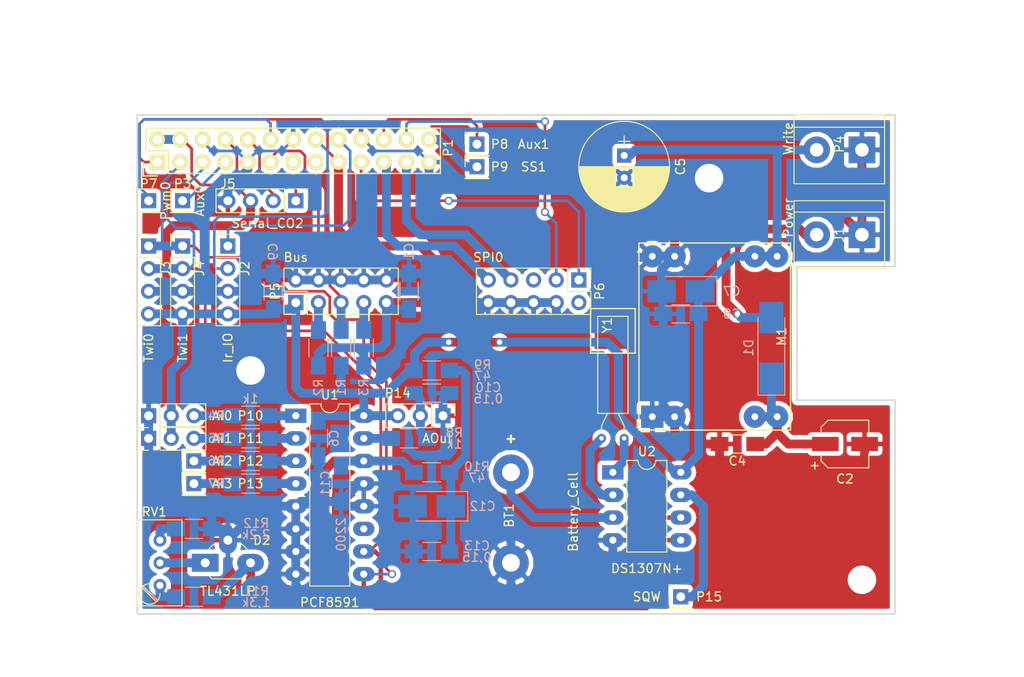
<source format=kicad_pcb>
(kicad_pcb (version 4) (host pcbnew 4.0.7)
  (title_block (title "Raspberry PI Breakout / DAC / ADC / RTC") (date "15 nov 2012") (rev 1))
  (layers (0 F.Cu signal) (31 B.Cu signal) (34 B.Paste user) (35 F.Paste user) (36 B.SilkS user) (37 F.SilkS user) (38 B.Mask user) (39 F.Mask user) (44 Edge.Cuts user))
  (net 0 "")
  (net 1 +5V)
  (net 2 GND)
  (net 3 +3V3)
  (net 4 /TXD)
  (net 5 /RXD)
  (net 6 "Net-(BT1-Pad1)")
  (net 7 "Net-(C2-Pad1)")
  (net 8 "Net-(C10-Pad1)")
  (net 9 "Net-(C11-Pad1)")
  (net 10 "Net-(C12-Pad1)")
  (net 11 "Net-(D1-Pad2)")
  (net 12 "Net-(D2-Pad1)")
  (net 13 /Ir_TX)
  (net 14 /Ir_RX)
  (net 15 /SDA)
  (net 16 /SCL)
  (net 17 /AUX0)
  (net 18 /1W)
  (net 19 /Pwm0)
  (net 20 /MOSI)
  (net 21 /MISO)
  (net 22 /AUX1)
  (net 23 /SCK)
  (net 24 /SS0)
  (net 25 /SS1)
  (net 26 "Net-(P10-Pad3)")
  (net 27 "Net-(P11-Pad3)")
  (net 28 "Net-(P12-Pad1)")
  (net 29 "Net-(P13-Pad1)")
  (net 30 "Net-(P15-Pad1)")
  (net 31 "Net-(R4-Pad2)")
  (net 32 "Net-(R5-Pad2)")
  (net 33 "Net-(R6-Pad2)")
  (net 34 "Net-(R7-Pad2)")
  (net 35 "Net-(R8-Pad2)")
  (net 36 "Net-(R11-Pad1)")
  (net 37 "Net-(R12-Pad2)")
  (net 38 "Net-(U2-Pad1)")
  (net 39 "Net-(U2-Pad2)")
  (module Mounting_Holes:MountingHole_3.2mm_M3 (layer F.Cu) (at 207.645 132.08)
    (fp_text reference hole hide)
    (fp_text value "" hide)
    (pad 1 np_thru_hole circle (at 0 0) (size 3.2 3.2) (drill 3.2) (layers *.Cu *.Mask))
  )
  (module Mounting_Holes:MountingHole_3.2mm_M3 (layer F.Cu) (at 156.21 153.67)
    (fp_text reference hole hide)
    (fp_text value "" hide)
    (pad 1 np_thru_hole circle (at 0 0) (size 3.2 3.2) (drill 3.2) (layers *.Cu *.Mask))
  )
  (module Pin_Headers:Pin_Header_Straight_2x13 (layer F.Cu) (at 145.75536 130.27914 90)
    (fp_text reference P1 (at 1.5875 32.6136 90) (layer F.SilkS))
    (fp_text value CONN_13X2)
    (pad 1 thru_hole rect (at 0 0 90) (size 1.7272 1.7272) (drill 1.016) (layers *.Cu *.Mask F.SilkS) (net 3 +3V3))
    (pad 2 thru_hole oval (at 2.54 0 90) (size 1.7272 1.7272) (drill 1.016) (layers *.Cu *.Mask F.SilkS) (net 1 +5V))
    (pad 3 thru_hole oval (at 0 2.54 90) (size 1.7272 1.7272) (drill 1.016) (layers *.Cu *.Mask F.SilkS) (net 15 /SDA))
    (pad 4 thru_hole oval (at 2.54 2.54 90) (size 1.7272 1.7272) (drill 1.016) (layers *.Cu *.Mask F.SilkS) (net 1 +5V))
    (pad 5 thru_hole oval (at 0 5.08 90) (size 1.7272 1.7272) (drill 1.016) (layers *.Cu *.Mask F.SilkS) (net 16 /SCL))
    (pad 6 thru_hole oval (at 2.54 5.08 90) (size 1.7272 1.7272) (drill 1.016) (layers *.Cu *.Mask F.SilkS) (net 2 GND))
    (pad 7 thru_hole oval (at 0 7.62 90) (size 1.7272 1.7272) (drill 1.016) (layers *.Cu *.Mask F.SilkS) (net 17 /AUX0))
    (pad 8 thru_hole oval (at 2.54 7.62 90) (size 1.7272 1.7272) (drill 1.016) (layers *.Cu *.Mask F.SilkS) (net 4 /TXD))
    (pad 9 thru_hole oval (at 0 10.16 90) (size 1.7272 1.7272) (drill 1.016) (layers *.Cu *.Mask F.SilkS) (net 2 GND))
    (pad 10 thru_hole oval (at 2.54 10.16 90) (size 1.7272 1.7272) (drill 1.016) (layers *.Cu *.Mask F.SilkS) (net 5 /RXD))
    (pad 11 thru_hole oval (at 0 12.7 90) (size 1.7272 1.7272) (drill 1.016) (layers *.Cu *.Mask F.SilkS) (net 18 /1W))
    (pad 12 thru_hole oval (at 2.54 12.7 90) (size 1.7272 1.7272) (drill 1.016) (layers *.Cu *.Mask F.SilkS) (net 19 /Pwm0))
    (pad 13 thru_hole oval (at 0 15.24 90) (size 1.7272 1.7272) (drill 1.016) (layers *.Cu *.Mask F.SilkS))
    (pad 14 thru_hole oval (at 2.54 15.24 90) (size 1.7272 1.7272) (drill 1.016) (layers *.Cu *.Mask F.SilkS) (net 2 GND))
    (pad 15 thru_hole oval (at 0 17.78 90) (size 1.7272 1.7272) (drill 1.016) (layers *.Cu *.Mask F.SilkS))
    (pad 16 thru_hole oval (at 2.54 17.78 90) (size 1.7272 1.7272) (drill 1.016) (layers *.Cu *.Mask F.SilkS) (net 14 /Ir_RX))
    (pad 17 thru_hole oval (at 0 20.32 90) (size 1.7272 1.7272) (drill 1.016) (layers *.Cu *.Mask F.SilkS) (net 3 +3V3))
    (pad 18 thru_hole oval (at 2.54 20.32 90) (size 1.7272 1.7272) (drill 1.016) (layers *.Cu *.Mask F.SilkS) (net 13 /Ir_TX))
    (pad 19 thru_hole oval (at 0 22.86 90) (size 1.7272 1.7272) (drill 1.016) (layers *.Cu *.Mask F.SilkS) (net 20 /MOSI))
    (pad 20 thru_hole oval (at 2.54 22.86 90) (size 1.7272 1.7272) (drill 1.016) (layers *.Cu *.Mask F.SilkS) (net 2 GND))
    (pad 21 thru_hole oval (at 0 25.4 90) (size 1.7272 1.7272) (drill 1.016) (layers *.Cu *.Mask F.SilkS) (net 21 /MISO))
    (pad 22 thru_hole oval (at 2.54 25.4 90) (size 1.7272 1.7272) (drill 1.016) (layers *.Cu *.Mask F.SilkS) (net 22 /AUX1))
    (pad 23 thru_hole oval (at 0 27.94 90) (size 1.7272 1.7272) (drill 1.016) (layers *.Cu *.Mask F.SilkS) (net 23 /SCK))
    (pad 24 thru_hole oval (at 2.54 27.94 90) (size 1.7272 1.7272) (drill 1.016) (layers *.Cu *.Mask F.SilkS) (net 24 /SS0))
    (pad 25 thru_hole oval (at 0 30.48 90) (size 1.7272 1.7272) (drill 1.016) (layers *.Cu *.Mask F.SilkS) (net 2 GND))
    (pad 26 thru_hole oval (at 2.54 30.48 90) (size 1.7272 1.7272) (drill 1.016) (layers *.Cu *.Mask F.SilkS) (net 25 /SS1))
  )
  (module Wire_Connections_Bridges:WireConnection_2.00mmDrill (layer F.Cu) (at 185.42 165.1 270)
    (fp_text reference BT1 (at 4.8514 0.2032 270) (layer F.SilkS))
    (fp_text value Battery_Cell (at 4.445 -6.985 270) (layer F.SilkS))
    (pad 1 thru_hole circle (at 0 0 270) (size 4.0005 4.0005) (drill 1.99898) (layers *.Cu *.Mask) (net 6 "Net-(BT1-Pad1)"))
    (pad 2 thru_hole circle (at 10.16 0 270) (size 4.0005 4.0005) (drill 1.99898) (layers *.Cu *.Mask) (net 2 GND))
  )
  (module Capacitors_SMD:C_1206_HandSoldering (layer B.Cu) (at 173.99 144.78 90)
    (fp_text reference C1 (at 4.445 0 90) (layer B.SilkS) (effects (justify mirror)))
    (fp_text value 0,1)
    (pad 1 smd rect (at -2 0 90) (size 2 1.6) (layers B.Cu B.Paste B.Mask) (net 3 +3V3))
    (pad 2 smd rect (at 2 0 90) (size 2 1.6) (layers B.Cu B.Paste B.Mask) (net 2 GND))
  )
  (module Capacitors_SMD:C_1206_HandSoldering (layer F.Cu) (at 210.82 161.925 180)
    (fp_text reference C4 (at 0 -1.905 180) (layer F.SilkS))
    (fp_text value C)
    (pad 1 smd rect (at -2 0 180) (size 2 1.6) (layers F.Cu F.Paste F.Mask) (net 7 "Net-(C2-Pad1)"))
    (pad 2 smd rect (at 2 0 180) (size 2 1.6) (layers F.Cu F.Paste F.Mask) (net 2 GND))
  )
  (module Capacitors_SMD:C_1206_HandSoldering (layer B.Cu) (at 163.83 161.29 90)
    (fp_text reference C6 (at 0 1.75 90) (layer B.SilkS) (effects (justify mirror)))
    (fp_text value 0,1)
    (pad 1 smd rect (at -2 0 90) (size 2 1.6) (layers B.Cu B.Paste B.Mask) (net 2 GND))
    (pad 2 smd rect (at 2 0 90) (size 2 1.6) (layers B.Cu B.Paste B.Mask) (net 1 +5V))
  )
  (module Capacitors_Tantalum_SMD:CP_Tantalum_Case-B_EIA-3528-21_Hand (layer B.Cu) (at 204.47 144.78 180)
    (fp_text reference C7 (at -5.715 0 180) (layer B.SilkS) (effects (justify mirror)))
    (fp_text value 100,0)
    (pad 1 smd rect (at -2.15 0 180) (size 3.2 2.5) (layers B.Cu B.Paste B.Mask) (net 1 +5V))
    (pad 2 smd rect (at 2.15 0 180) (size 3.2 2.5) (layers B.Cu B.Paste B.Mask) (net 2 GND))
  )
  (module Capacitors_SMD:C_1206_HandSoldering (layer B.Cu) (at 204.47 147.32)
    (fp_text reference C8 (at 5.715 0) (layer B.SilkS) (effects (justify mirror)))
    (fp_text value 0,15)
    (pad 1 smd rect (at -2 0) (size 2 1.6) (layers B.Cu B.Paste B.Mask) (net 2 GND))
    (pad 2 smd rect (at 2 0) (size 2 1.6) (layers B.Cu B.Paste B.Mask) (net 1 +5V))
  )
  (module Capacitors_SMD:C_1206_HandSoldering (layer B.Cu) (at 158.75 144.78 90)
    (fp_text reference C9 (at 4.445 0 90) (layer B.SilkS) (effects (justify mirror)))
    (fp_text value 0,1)
    (pad 1 smd rect (at -2 0 90) (size 2 1.6) (layers B.Cu B.Paste B.Mask) (net 1 +5V))
    (pad 2 smd rect (at 2 0 90) (size 2 1.6) (layers B.Cu B.Paste B.Mask) (net 2 GND))
  )
  (module Capacitors_SMD:C_1206_HandSoldering (layer B.Cu) (at 176.53 156.21)
    (fp_text reference C10 (at 6.35 -0.635) (layer B.SilkS) (effects (justify mirror)))
    (fp_text value 0,15 (at 6.35 0.635) (layer B.SilkS) (effects (justify mirror)))
    (pad 1 smd rect (at -2 0) (size 2 1.6) (layers B.Cu B.Paste B.Mask) (net 8 "Net-(C10-Pad1)"))
    (pad 2 smd rect (at 2 0) (size 2 1.6) (layers B.Cu B.Paste B.Mask) (net 2 GND))
  )
  (module Capacitors_SMD:C_1206_HandSoldering (layer B.Cu) (at 166.37 166.37 270)
    (fp_text reference C11 (at 0 1.75 270) (layer B.SilkS) (effects (justify mirror)))
    (fp_text value 2200 (at 5.715 0 270) (layer B.SilkS) (effects (justify mirror)))
    (pad 1 smd rect (at -2 0 270) (size 2 1.6) (layers B.Cu B.Paste B.Mask) (net 9 "Net-(C11-Pad1)"))
    (pad 2 smd rect (at 2 0 270) (size 2 1.6) (layers B.Cu B.Paste B.Mask) (net 2 GND))
  )
  (module Capacitors_Tantalum_SMD:CP_Tantalum_Case-B_EIA-3528-21_Hand (layer B.Cu) (at 176.53 168.91 180)
    (fp_text reference C12 (at -5.715 0 180) (layer B.SilkS) (effects (justify mirror)))
    (fp_text value 220,0)
    (pad 1 smd rect (at -2.15 0 180) (size 3.2 2.5) (layers B.Cu B.Paste B.Mask) (net 10 "Net-(C12-Pad1)"))
    (pad 2 smd rect (at 2.15 0 180) (size 3.2 2.5) (layers B.Cu B.Paste B.Mask) (net 2 GND))
  )
  (module Capacitors_SMD:C_1206_HandSoldering (layer B.Cu) (at 176.53 173.99)
    (fp_text reference C13 (at 5.08 -0.635) (layer B.SilkS) (effects (justify mirror)))
    (fp_text value 0,15 (at 5.08 0.635) (layer B.SilkS) (effects (justify mirror)))
    (pad 1 smd rect (at -2 0) (size 2 1.6) (layers B.Cu B.Paste B.Mask) (net 2 GND))
    (pad 2 smd rect (at 2 0) (size 2 1.6) (layers B.Cu B.Paste B.Mask) (net 10 "Net-(C12-Pad1)"))
  )
  (module TO_SOT_Packages_THT:TO-92_Rugged (layer F.Cu) (at 151.13 175.26)
    (fp_text reference D2 (at 6.35 -2.54) (layer F.SilkS))
    (fp_text value TL431LP (at 2.54 3.175) (layer F.SilkS))
    (pad 2 thru_hole oval (at 2.54 -2.54 90) (size 3 2) (drill 1) (layers *.Cu *.Mask) (net 2 GND))
    (pad 1 thru_hole rect (at 0 0 90) (size 2 3) (drill 1) (layers *.Cu *.Mask) (net 12 "Net-(D2-Pad1)"))
    (pad 3 thru_hole oval (at 5.08 0 90) (size 2 3) (drill 1) (layers *.Cu *.Mask) (net 9 "Net-(C11-Pad1)"))
  )
  (module Connectors_Terminal_Blocks:TerminalBlock_bornier-2_P5.08mm (layer F.Cu) (at 224.79 138.43 180)
    (fp_text reference J1 (at 2.54 0 270) (layer F.SilkS))
    (fp_text value Power (at 8.255 1.905 270) (layer F.SilkS))
    (pad 1 thru_hole rect (at 0 0 180) (size 3 3) (drill 1.52) (layers *.Cu *.Mask) (net 2 GND))
    (pad 2 thru_hole circle (at 5.08 0 180) (size 3 3) (drill 1.52) (layers *.Cu *.Mask) (net 11 "Net-(D1-Pad2)"))
  )
  (module Pin_Headers:Pin_Header_Straight_1x04_Pitch2.54mm (layer F.Cu) (at 153.67 139.7)
    (fp_text reference J2 (at 1.905 2.54 90) (layer F.SilkS))
    (fp_text value Ir_IO (at 0 11.43 90) (layer F.SilkS))
    (pad 1 thru_hole rect (at 0 0) (size 1.7 1.7) (drill 1) (layers *.Cu *.Mask) (net 13 /Ir_TX))
    (pad 2 thru_hole oval (at 0 2.54) (size 1.7 1.7) (drill 1) (layers *.Cu *.Mask) (net 14 /Ir_RX))
    (pad 3 thru_hole oval (at 0 5.08) (size 1.7 1.7) (drill 1) (layers *.Cu *.Mask) (net 2 GND))
    (pad 4 thru_hole oval (at 0 7.62) (size 1.7 1.7) (drill 1) (layers *.Cu *.Mask) (net 1 +5V))
  )
  (module Pin_Headers:Pin_Header_Straight_1x04_Pitch2.54mm (layer F.Cu) (at 144.78 139.7)
    (fp_text reference J3 (at 1.905 2.54 90) (layer F.SilkS))
    (fp_text value Twi0 (at 0 11.43 90) (layer F.SilkS))
    (pad 1 thru_hole rect (at 0 0) (size 1.7 1.7) (drill 1) (layers *.Cu *.Mask) (net 15 /SDA))
    (pad 2 thru_hole oval (at 0 2.54) (size 1.7 1.7) (drill 1) (layers *.Cu *.Mask) (net 16 /SCL))
    (pad 3 thru_hole oval (at 0 5.08) (size 1.7 1.7) (drill 1) (layers *.Cu *.Mask) (net 2 GND))
    (pad 4 thru_hole oval (at 0 7.62) (size 1.7 1.7) (drill 1) (layers *.Cu *.Mask) (net 1 +5V))
  )
  (module Pin_Headers:Pin_Header_Straight_1x04_Pitch2.54mm (layer F.Cu) (at 148.59 139.7)
    (fp_text reference J4 (at 1.905 2.54 90) (layer F.SilkS))
    (fp_text value Twi1 (at 0 11.43 90) (layer F.SilkS))
    (pad 1 thru_hole rect (at 0 0) (size 1.7 1.7) (drill 1) (layers *.Cu *.Mask) (net 15 /SDA))
    (pad 2 thru_hole oval (at 0 2.54) (size 1.7 1.7) (drill 1) (layers *.Cu *.Mask) (net 16 /SCL))
    (pad 3 thru_hole oval (at 0 5.08) (size 1.7 1.7) (drill 1) (layers *.Cu *.Mask) (net 2 GND))
    (pad 4 thru_hole oval (at 0 7.62) (size 1.7 1.7) (drill 1) (layers *.Cu *.Mask) (net 1 +5V))
  )
  (module Pin_Headers:Pin_Header_Straight_1x04_Pitch2.54mm (layer F.Cu) (at 161.29 134.62 270)
    (fp_text reference J5 (at -1.905 7.62 360) (layer F.SilkS))
    (fp_text value Serial_CO2 (at 2.54 3.175 360) (layer F.SilkS))
    (pad 1 thru_hole rect (at 0 0 270) (size 1.7 1.7) (drill 1) (layers *.Cu *.Mask) (net 5 /RXD))
    (pad 2 thru_hole oval (at 0 2.54 270) (size 1.7 1.7) (drill 1) (layers *.Cu *.Mask) (net 4 /TXD))
    (pad 3 thru_hole oval (at 0 5.08 270) (size 1.7 1.7) (drill 1) (layers *.Cu *.Mask) (net 1 +5V))
    (pad 4 thru_hole oval (at 0 7.62 270) (size 1.7 1.7) (drill 1) (layers *.Cu *.Mask) (net 2 GND))
  )
  (module dz_lib:dcdc5v (layer F.Cu) (at 208.28 149.86 90)
    (fp_text reference M1 (at 0 7.5 90) (layer F.SilkS))
    (fp_text value dcdc5v)
    (pad 1 thru_hole rect (at -9 -7 90) (size 2.5 2.5) (drill 0.762) (layers *.Cu *.Mask) (net 2 GND))
    (pad 2 thru_hole circle (at -9 7 90) (size 2.5 2.5) (drill 0.762) (layers *.Cu *.Mask) (net 7 "Net-(C2-Pad1)"))
    (pad 3 thru_hole circle (at 9 7 90) (size 2.5 2.5) (drill 0.762) (layers *.Cu *.Mask) (net 1 +5V))
    (pad 4 thru_hole circle (at 9 -7 90) (size 2.5 2.5) (drill 0.762) (layers *.Cu *.Mask) (net 2 GND))
    (pad 1 thru_hole circle (at -9 -4.5 90) (size 2.5 2.5) (drill 0.762) (layers *.Cu *.Mask) (net 2 GND))
    (pad 2 thru_hole circle (at -9 4.5 90) (size 2.5 2.5) (drill 0.762) (layers *.Cu *.Mask) (net 7 "Net-(C2-Pad1)"))
    (pad 3 thru_hole circle (at 9 4.5 90) (size 2.5 2.5) (drill 0.762) (layers *.Cu *.Mask) (net 1 +5V))
    (pad 4 thru_hole circle (at 9 -4.5 90) (size 2.5 2.5) (drill 0.762) (layers *.Cu *.Mask) (net 2 GND))
  )
  (module Pin_Headers:Pin_Header_Straight_1x01_Pitch2.54mm (layer F.Cu) (at 148.59 134.62)
    (fp_text reference P3 (at 0 -1.905) (layer F.SilkS))
    (fp_text value Aux0 (at 1.905 0 90) (layer F.SilkS))
    (pad 1 thru_hole rect (at 0 0) (size 1.7 1.7) (drill 1) (layers *.Cu *.Mask) (net 17 /AUX0))
  )
  (module Connectors_Terminal_Blocks:TerminalBlock_bornier-2_P5.08mm (layer F.Cu) (at 224.79 128.905 180)
    (fp_text reference P4 (at 2.54 0.635 270) (layer F.SilkS))
    (fp_text value Write (at 8.255 1.27 270) (layer F.SilkS))
    (pad 1 thru_hole rect (at 0 0 180) (size 3 3) (drill 1.52) (layers *.Cu *.Mask) (net 2 GND))
    (pad 2 thru_hole circle (at 5.08 0 180) (size 3 3) (drill 1.52) (layers *.Cu *.Mask) (net 1 +5V))
  )
  (module Pin_Headers:Pin_Header_Straight_2x05_Pitch2.54mm (layer F.Cu) (at 161.29 146.05 90)
    (fp_text reference P5 (at 1.27 -2.33 90) (layer F.SilkS))
    (fp_text value Bus (at 5.08 0 180) (layer F.SilkS))
    (pad 1 thru_hole rect (at 0 0 90) (size 1.7 1.7) (drill 1) (layers *.Cu *.Mask) (net 1 +5V))
    (pad 2 thru_hole oval (at 2.54 0 90) (size 1.7 1.7) (drill 1) (layers *.Cu *.Mask) (net 2 GND))
    (pad 3 thru_hole oval (at 0 2.54 90) (size 1.7 1.7) (drill 1) (layers *.Cu *.Mask) (net 16 /SCL))
    (pad 4 thru_hole oval (at 2.54 2.54 90) (size 1.7 1.7) (drill 1) (layers *.Cu *.Mask) (net 2 GND))
    (pad 5 thru_hole oval (at 0 5.08 90) (size 1.7 1.7) (drill 1) (layers *.Cu *.Mask) (net 18 /1W))
    (pad 6 thru_hole oval (at 2.54 5.08 90) (size 1.7 1.7) (drill 1) (layers *.Cu *.Mask) (net 2 GND))
    (pad 7 thru_hole oval (at 0 7.62 90) (size 1.7 1.7) (drill 1) (layers *.Cu *.Mask) (net 15 /SDA))
    (pad 8 thru_hole oval (at 2.54 7.62 90) (size 1.7 1.7) (drill 1) (layers *.Cu *.Mask) (net 2 GND))
    (pad 9 thru_hole oval (at 0 10.16 90) (size 1.7 1.7) (drill 1) (layers *.Cu *.Mask) (net 3 +3V3))
    (pad 10 thru_hole oval (at 2.54 10.16 90) (size 1.7 1.7) (drill 1) (layers *.Cu *.Mask) (net 2 GND))
  )
  (module Pin_Headers:Pin_Header_Straight_2x05_Pitch2.54mm (layer F.Cu) (at 193.04 143.51 270)
    (fp_text reference P6 (at 1.27 -2.33 270) (layer F.SilkS))
    (fp_text value SPI0 (at -2.54 10.16 360) (layer F.SilkS))
    (pad 1 thru_hole rect (at 0 0 270) (size 1.7 1.7) (drill 1) (layers *.Cu *.Mask) (net 20 /MOSI))
    (pad 2 thru_hole oval (at 2.54 0 270) (size 1.7 1.7) (drill 1) (layers *.Cu *.Mask))
    (pad 3 thru_hole oval (at 0 2.54 270) (size 1.7 1.7) (drill 1) (layers *.Cu *.Mask) (net 24 /SS0))
    (pad 4 thru_hole oval (at 2.54 2.54 270) (size 1.7 1.7) (drill 1) (layers *.Cu *.Mask) (net 2 GND))
    (pad 5 thru_hole oval (at 0 5.08 270) (size 1.7 1.7) (drill 1) (layers *.Cu *.Mask))
    (pad 6 thru_hole oval (at 2.54 5.08 270) (size 1.7 1.7) (drill 1) (layers *.Cu *.Mask) (net 2 GND))
    (pad 7 thru_hole oval (at 0 7.62 270) (size 1.7 1.7) (drill 1) (layers *.Cu *.Mask) (net 23 /SCK))
    (pad 8 thru_hole oval (at 2.54 7.62 270) (size 1.7 1.7) (drill 1) (layers *.Cu *.Mask) (net 2 GND))
    (pad 9 thru_hole oval (at 0 10.16 270) (size 1.7 1.7) (drill 1) (layers *.Cu *.Mask) (net 21 /MISO))
    (pad 10 thru_hole oval (at 2.54 10.16 270) (size 1.7 1.7) (drill 1) (layers *.Cu *.Mask) (net 2 GND))
  )
  (module Pin_Headers:Pin_Header_Straight_1x01_Pitch2.54mm (layer F.Cu) (at 144.78 134.62)
    (fp_text reference P7 (at 0 -1.905) (layer F.SilkS))
    (fp_text value Pwm0 (at 1.905 0 90) (layer F.SilkS))
    (pad 1 thru_hole rect (at 0 0) (size 1.7 1.7) (drill 1) (layers *.Cu *.Mask) (net 19 /Pwm0))
  )
  (module Pin_Headers:Pin_Header_Straight_1x01_Pitch2.54mm (layer F.Cu) (at 181.61 128.27)
    (fp_text reference P8 (at 2.54 0) (layer F.SilkS))
    (fp_text value Aux1 (at 6.35 0) (layer F.SilkS))
    (pad 1 thru_hole rect (at 0 0) (size 1.7 1.7) (drill 1) (layers *.Cu *.Mask) (net 22 /AUX1))
  )
  (module Pin_Headers:Pin_Header_Straight_1x01_Pitch2.54mm (layer F.Cu) (at 181.61 130.81)
    (fp_text reference P9 (at 2.54 0) (layer F.SilkS))
    (fp_text value SS1 (at 6.35 0) (layer F.SilkS))
    (pad 1 thru_hole rect (at 0 0) (size 1.7 1.7) (drill 1) (layers *.Cu *.Mask) (net 25 /SS1))
  )
  (module Pin_Headers:Pin_Header_Straight_1x03_Pitch2.54mm (layer F.Cu) (at 144.78 158.75 90)
    (fp_text reference P10 (at 0 11.43 180) (layer F.SilkS))
    (fp_text value Ai0 (at 0 8.255 180) (layer F.SilkS))
    (pad 1 thru_hole rect (at 0 0 90) (size 1.7 1.7) (drill 1) (layers *.Cu *.Mask) (net 2 GND))
    (pad 2 thru_hole oval (at 0 2.54 90) (size 1.7 1.7) (drill 1) (layers *.Cu *.Mask) (net 1 +5V))
    (pad 3 thru_hole oval (at 0 5.08 90) (size 1.7 1.7) (drill 1) (layers *.Cu *.Mask) (net 26 "Net-(P10-Pad3)"))
  )
  (module Pin_Headers:Pin_Header_Straight_1x03_Pitch2.54mm (layer F.Cu) (at 144.78 161.29 90)
    (fp_text reference P11 (at 0 11.43 180) (layer F.SilkS))
    (fp_text value Ai1 (at 0 8.255 180) (layer F.SilkS))
    (pad 1 thru_hole rect (at 0 0 90) (size 1.7 1.7) (drill 1) (layers *.Cu *.Mask) (net 2 GND))
    (pad 2 thru_hole oval (at 0 2.54 90) (size 1.7 1.7) (drill 1) (layers *.Cu *.Mask) (net 1 +5V))
    (pad 3 thru_hole oval (at 0 5.08 90) (size 1.7 1.7) (drill 1) (layers *.Cu *.Mask) (net 27 "Net-(P11-Pad3)"))
  )
  (module Pin_Headers:Pin_Header_Straight_1x01_Pitch2.54mm (layer F.Cu) (at 149.86 163.83)
    (fp_text reference P12 (at 6.35 0) (layer F.SilkS))
    (fp_text value Ai2 (at 3.175 0) (layer F.SilkS))
    (pad 1 thru_hole rect (at 0 0) (size 1.7 1.7) (drill 1) (layers *.Cu *.Mask) (net 28 "Net-(P12-Pad1)"))
  )
  (module Pin_Headers:Pin_Header_Straight_1x01_Pitch2.54mm (layer F.Cu) (at 149.86 166.37)
    (fp_text reference P13 (at 6.35 0) (layer F.SilkS))
    (fp_text value Ai3 (at 3.175 0) (layer F.SilkS))
    (pad 1 thru_hole rect (at 0 0) (size 1.7 1.7) (drill 1) (layers *.Cu *.Mask) (net 29 "Net-(P13-Pad1)"))
  )
  (module Pin_Headers:Pin_Header_Straight_1x03_Pitch2.54mm (layer F.Cu) (at 177.8 158.75 270)
    (fp_text reference P14 (at -2.54 5.08 360) (layer F.SilkS))
    (fp_text value AOut (at 2.54 0.635 360) (layer F.SilkS))
    (pad 1 thru_hole rect (at 0 0 270) (size 1.7 1.7) (drill 1) (layers *.Cu *.Mask) (net 2 GND))
    (pad 2 thru_hole oval (at 0 2.54 270) (size 1.7 1.7) (drill 1) (layers *.Cu *.Mask) (net 8 "Net-(C10-Pad1)"))
    (pad 3 thru_hole oval (at 0 5.08 270) (size 1.7 1.7) (drill 1) (layers *.Cu *.Mask) (net 1 +5V))
  )
  (module Pin_Headers:Pin_Header_Straight_1x01_Pitch2.54mm (layer F.Cu) (at 204.47 179.07)
    (fp_text reference P15 (at 3.175 0) (layer F.SilkS))
    (fp_text value SQW (at -3.81 0) (layer F.SilkS))
    (pad 1 thru_hole rect (at 0 0) (size 1.7 1.7) (drill 1) (layers *.Cu *.Mask) (net 30 "Net-(P15-Pad1)"))
  )
  (module Resistors_SMD:R_1206_HandSoldering (layer B.Cu) (at 166.37 151.13 270)
    (fp_text reference R1 (at 4.445 0 270) (layer B.SilkS) (effects (justify mirror)))
    (fp_text value 4,7k)
    (pad 1 smd rect (at -2 0 270) (size 2 1.7) (layers B.Cu B.Paste B.Mask) (net 18 /1W))
    (pad 2 smd rect (at 2 0 270) (size 2 1.7) (layers B.Cu B.Paste B.Mask) (net 1 +5V))
  )
  (module Resistors_SMD:R_1206_HandSoldering (layer B.Cu) (at 163.83 151.13 270)
    (fp_text reference R2 (at 4.445 0 270) (layer B.SilkS) (effects (justify mirror)))
    (fp_text value 4,7k)
    (pad 1 smd rect (at -2 0 270) (size 2 1.7) (layers B.Cu B.Paste B.Mask) (net 16 /SCL))
    (pad 2 smd rect (at 2 0 270) (size 2 1.7) (layers B.Cu B.Paste B.Mask) (net 3 +3V3))
  )
  (module Resistors_SMD:R_1206_HandSoldering (layer B.Cu) (at 168.91 151.13 270)
    (fp_text reference R3 (at 4.445 0 270) (layer B.SilkS) (effects (justify mirror)))
    (fp_text value 4,7k)
    (pad 1 smd rect (at -2 0 270) (size 2 1.7) (layers B.Cu B.Paste B.Mask) (net 15 /SDA))
    (pad 2 smd rect (at 2 0 270) (size 2 1.7) (layers B.Cu B.Paste B.Mask) (net 3 +3V3))
  )
  (module Resistors_SMD:R_1206_HandSoldering (layer B.Cu) (at 156.21 158.75)
    (fp_text reference R4 (at -3.81 0) (layer B.SilkS) (effects (justify mirror)))
    (fp_text value 1k (at 0 -1.905) (layer B.SilkS) (effects (justify mirror)))
    (pad 1 smd rect (at -2 0) (size 2 1.7) (layers B.Cu B.Paste B.Mask) (net 26 "Net-(P10-Pad3)"))
    (pad 2 smd rect (at 2 0) (size 2 1.7) (layers B.Cu B.Paste B.Mask) (net 31 "Net-(R4-Pad2)"))
  )
  (module Resistors_SMD:R_1206_HandSoldering (layer B.Cu) (at 156.21 161.29)
    (fp_text reference R5 (at -3.81 0) (layer B.SilkS) (effects (justify mirror)))
    (fp_text value 1k)
    (pad 1 smd rect (at -2 0) (size 2 1.7) (layers B.Cu B.Paste B.Mask) (net 27 "Net-(P11-Pad3)"))
    (pad 2 smd rect (at 2 0) (size 2 1.7) (layers B.Cu B.Paste B.Mask) (net 32 "Net-(R5-Pad2)"))
  )
  (module Resistors_SMD:R_1206_HandSoldering (layer B.Cu) (at 156.21 163.83)
    (fp_text reference R6 (at -3.81 0) (layer B.SilkS) (effects (justify mirror)))
    (fp_text value 1k)
    (pad 1 smd rect (at -2 0) (size 2 1.7) (layers B.Cu B.Paste B.Mask) (net 28 "Net-(P12-Pad1)"))
    (pad 2 smd rect (at 2 0) (size 2 1.7) (layers B.Cu B.Paste B.Mask) (net 33 "Net-(R6-Pad2)"))
  )
  (module Resistors_SMD:R_1206_HandSoldering (layer B.Cu) (at 156.21 166.37)
    (fp_text reference R7 (at -3.81 0) (layer B.SilkS) (effects (justify mirror)))
    (fp_text value 1k)
    (pad 1 smd rect (at -2 0) (size 2 1.7) (layers B.Cu B.Paste B.Mask) (net 29 "Net-(P13-Pad1)"))
    (pad 2 smd rect (at 2 0) (size 2 1.7) (layers B.Cu B.Paste B.Mask) (net 34 "Net-(R7-Pad2)"))
  )
  (module Resistors_SMD:R_1206_HandSoldering (layer B.Cu) (at 173.99 161.29 180)
    (fp_text reference R8 (at -5.08 0.635 180) (layer B.SilkS) (effects (justify mirror)))
    (fp_text value 1k (at -5.08 -0.635 180) (layer B.SilkS) (effects (justify mirror)))
    (pad 1 smd rect (at -2 0 180) (size 2 1.7) (layers B.Cu B.Paste B.Mask) (net 8 "Net-(C10-Pad1)"))
    (pad 2 smd rect (at 2 0 180) (size 2 1.7) (layers B.Cu B.Paste B.Mask) (net 35 "Net-(R8-Pad2)"))
  )
  (module Resistors_SMD:R_1206_HandSoldering (layer B.Cu) (at 176.53 153.67 180)
    (fp_text reference R9 (at -5.715 0.635 180) (layer B.SilkS) (effects (justify mirror)))
    (fp_text value 47 (at -5.715 -0.635 180) (layer B.SilkS) (effects (justify mirror)))
    (pad 1 smd rect (at -2 0 180) (size 2 1.7) (layers B.Cu B.Paste B.Mask) (net 10 "Net-(C12-Pad1)"))
    (pad 2 smd rect (at 2 0 180) (size 2 1.7) (layers B.Cu B.Paste B.Mask) (net 1 +5V))
  )
  (module Resistors_SMD:R_1206_HandSoldering (layer B.Cu) (at 176.53 165.1)
    (fp_text reference R10 (at 5.08 -0.635) (layer B.SilkS) (effects (justify mirror)))
    (fp_text value 47 (at 5.08 0.635) (layer B.SilkS) (effects (justify mirror)))
    (pad 1 smd rect (at -2 0) (size 2 1.7) (layers B.Cu B.Paste B.Mask) (net 9 "Net-(C11-Pad1)"))
    (pad 2 smd rect (at 2 0) (size 2 1.7) (layers B.Cu B.Paste B.Mask) (net 10 "Net-(C12-Pad1)"))
  )
  (module Resistors_SMD:R_1206_HandSoldering (layer B.Cu) (at 149.86 179.07)
    (fp_text reference R11 (at 6.985 -0.635) (layer B.SilkS) (effects (justify mirror)))
    (fp_text value 1,3k (at 6.985 0.635) (layer B.SilkS) (effects (justify mirror)))
    (pad 1 smd rect (at -2 0) (size 2 1.7) (layers B.Cu B.Paste B.Mask) (net 36 "Net-(R11-Pad1)"))
    (pad 2 smd rect (at 2 0) (size 2 1.7) (layers B.Cu B.Paste B.Mask) (net 9 "Net-(C11-Pad1)"))
  )
  (module Resistors_SMD:R_1206_HandSoldering (layer B.Cu) (at 149.86 171.45 180)
    (fp_text reference R12 (at -6.985 0.635 180) (layer B.SilkS) (effects (justify mirror)))
    (fp_text value 2,2k (at -6.985 -0.635 180) (layer B.SilkS) (effects (justify mirror)))
    (pad 1 smd rect (at -2 0 180) (size 2 1.7) (layers B.Cu B.Paste B.Mask) (net 2 GND))
    (pad 2 smd rect (at 2 0 180) (size 2 1.7) (layers B.Cu B.Paste B.Mask) (net 37 "Net-(R12-Pad2)"))
  )
  (module Potentiometers:Potentiometer_Trimmer_Bourns_3296W (layer F.Cu) (at 146.05 177.8 270)
    (fp_text reference RV1 (at -8.255 0.635 360) (layer F.SilkS))
    (fp_text value 1k)
    (pad 1 thru_hole circle (at 0 0 270) (size 1.44 1.44) (drill 0.8) (layers *.Cu *.Mask) (net 36 "Net-(R11-Pad1)"))
    (pad 2 thru_hole circle (at -2.54 0 270) (size 1.44 1.44) (drill 0.8) (layers *.Cu *.Mask) (net 12 "Net-(D2-Pad1)"))
    (pad 3 thru_hole circle (at -5.08 0 270) (size 1.44 1.44) (drill 0.8) (layers *.Cu *.Mask) (net 37 "Net-(R12-Pad2)"))
  )
  (module Housings_DIP:DIP-16_W7.62mm_LongPads (layer F.Cu) (at 161.29 158.75)
    (fp_text reference U1 (at 3.81 -2.33) (layer F.SilkS))
    (fp_text value PCF8591 (at 3.81 20.955) (layer F.SilkS))
    (pad 1 thru_hole rect (at 0 0) (size 2.4 1.6) (drill 0.8) (layers *.Cu *.Mask) (net 31 "Net-(R4-Pad2)"))
    (pad 9 thru_hole oval (at 7.62 17.78) (size 2.4 1.6) (drill 0.8) (layers *.Cu *.Mask) (net 15 /SDA))
    (pad 2 thru_hole oval (at 0 2.54) (size 2.4 1.6) (drill 0.8) (layers *.Cu *.Mask) (net 32 "Net-(R5-Pad2)"))
    (pad 10 thru_hole oval (at 7.62 15.24) (size 2.4 1.6) (drill 0.8) (layers *.Cu *.Mask) (net 16 /SCL))
    (pad 3 thru_hole oval (at 0 5.08) (size 2.4 1.6) (drill 0.8) (layers *.Cu *.Mask) (net 33 "Net-(R6-Pad2)"))
    (pad 11 thru_hole oval (at 7.62 12.7) (size 2.4 1.6) (drill 0.8) (layers *.Cu *.Mask))
    (pad 4 thru_hole oval (at 0 7.62) (size 2.4 1.6) (drill 0.8) (layers *.Cu *.Mask) (net 34 "Net-(R7-Pad2)"))
    (pad 12 thru_hole oval (at 7.62 10.16) (size 2.4 1.6) (drill 0.8) (layers *.Cu *.Mask) (net 2 GND))
    (pad 5 thru_hole oval (at 0 10.16) (size 2.4 1.6) (drill 0.8) (layers *.Cu *.Mask) (net 2 GND))
    (pad 13 thru_hole oval (at 7.62 7.62) (size 2.4 1.6) (drill 0.8) (layers *.Cu *.Mask) (net 2 GND))
    (pad 6 thru_hole oval (at 0 12.7) (size 2.4 1.6) (drill 0.8) (layers *.Cu *.Mask) (net 2 GND))
    (pad 14 thru_hole oval (at 7.62 5.08) (size 2.4 1.6) (drill 0.8) (layers *.Cu *.Mask) (net 9 "Net-(C11-Pad1)"))
    (pad 7 thru_hole oval (at 0 15.24) (size 2.4 1.6) (drill 0.8) (layers *.Cu *.Mask) (net 2 GND))
    (pad 15 thru_hole oval (at 7.62 2.54) (size 2.4 1.6) (drill 0.8) (layers *.Cu *.Mask) (net 35 "Net-(R8-Pad2)"))
    (pad 8 thru_hole oval (at 0 17.78) (size 2.4 1.6) (drill 0.8) (layers *.Cu *.Mask) (net 2 GND))
    (pad 16 thru_hole oval (at 7.62 0) (size 2.4 1.6) (drill 0.8) (layers *.Cu *.Mask) (net 1 +5V))
  )
  (module Housings_DIP:DIP-8_W7.62mm_LongPads (layer F.Cu) (at 196.85 165.1)
    (fp_text reference U2 (at 3.81 -2.33) (layer F.SilkS))
    (fp_text value DS1307N+ (at 3.81 10.795) (layer F.SilkS))
    (pad 1 thru_hole rect (at 0 0) (size 2.4 1.6) (drill 0.8) (layers *.Cu *.Mask) (net 38 "Net-(U2-Pad1)"))
    (pad 5 thru_hole oval (at 7.62 7.62) (size 2.4 1.6) (drill 0.8) (layers *.Cu *.Mask) (net 15 /SDA))
    (pad 2 thru_hole oval (at 0 2.54) (size 2.4 1.6) (drill 0.8) (layers *.Cu *.Mask) (net 39 "Net-(U2-Pad2)"))
    (pad 6 thru_hole oval (at 7.62 5.08) (size 2.4 1.6) (drill 0.8) (layers *.Cu *.Mask) (net 16 /SCL))
    (pad 3 thru_hole oval (at 0 5.08) (size 2.4 1.6) (drill 0.8) (layers *.Cu *.Mask) (net 6 "Net-(BT1-Pad1)"))
    (pad 7 thru_hole oval (at 7.62 2.54) (size 2.4 1.6) (drill 0.8) (layers *.Cu *.Mask) (net 30 "Net-(P15-Pad1)"))
    (pad 4 thru_hole oval (at 0 7.62) (size 2.4 1.6) (drill 0.8) (layers *.Cu *.Mask) (net 2 GND))
    (pad 8 thru_hole oval (at 7.62 0) (size 2.4 1.6) (drill 0.8) (layers *.Cu *.Mask) (net 1 +5V))
  )
  (module Crystals:Crystal_AT310_d3.0mm_l10.0mm_Horizontal (layer F.Cu) (at 198.12 161.29 180)
    (fp_text reference Y1 (at 1.905 12.7 270) (layer F.SilkS))
    (fp_text value Crystal)
    (pad 1 thru_hole circle (at 0 0 180) (size 1 1) (drill 0.5) (layers *.Cu *.Mask) (net 38 "Net-(U2-Pad1)"))
    (pad 2 thru_hole circle (at 2.54 0 180) (size 1 1) (drill 0.5) (layers *.Cu *.Mask) (net 39 "Net-(U2-Pad2)"))
  )
  (module SMD_Packages:1Pin (layer F.Cu) (at 196.85 149.225)
    (fp_text reference "xtal solder" hide)
    (fp_text value "" hide)
    (pad 1 smd rect (at 0 0) (size 4.064 4.064) (layers F.Cu F.Paste F.Mask))
  )
  (module Capacitors_SMD:CP_Elec_5x5.8 (layer F.Cu) (at 222.885 161.925)
    (fp_text reference C2 (at 0 3.92) (layer F.SilkS))
    (fp_text value CP)
    (fp_text user + (at -3.38 2.35) (layer F.SilkS))
    (pad 1 smd rect (at -2.2 0 180) (size 3 1.6) (layers F.Cu F.Paste F.Mask) (net 7 "Net-(C2-Pad1)"))
    (pad 2 smd rect (at 2.2 0 180) (size 3 1.6) (layers F.Cu F.Paste F.Mask) (net 2 GND))
  )
  (module Capacitors_THT:CP_Radial_D10.0mm_P2.50mm (layer F.Cu) (at 198.12 129.54 270)
    (fp_text reference C5 (at 1.25 -6.31 270) (layer F.SilkS))
    (fp_text value 100,0)
    (pad 1 thru_hole rect (at 0 0 270) (size 1.6 1.6) (drill 0.8) (layers *.Cu *.Mask) (net 1 +5V))
    (pad 2 thru_hole circle (at 2.5 0 270) (size 1.6 1.6) (drill 0.8) (layers *.Cu *.Mask) (net 2 GND))
  )
  (module Diodes_SMD:D_MELF_Handsoldering (layer B.Cu) (at 214.63 151.13 90)
    (fp_text reference D1 (at 0 -2.54 90) (layer B.SilkS) (effects (justify mirror)))
    (fp_text value D)
    (pad 1 smd rect (at -3.4 0 90) (size 3.5 2.7) (layers B.Cu B.Paste B.Mask) (net 7 "Net-(C2-Pad1)"))
    (pad 2 smd rect (at 3.4 0 90) (size 3.5 2.7) (layers B.Cu B.Paste B.Mask) (net 11 "Net-(D1-Pad2)"))
  )
  (module Mounting_Holes:MountingHole_3.2mm_M3 (layer F.Cu) (at 224.79 177.165)
    (fp_text reference hole hide)
    (fp_text value "" hide)
    (pad 1 np_thru_hole circle (at 0 0) (size 3.2 3.2) (drill 3.2) (layers *.Cu *.Mask))
  )
  (gr_text + (at 185.42 161.29) (layer F.SilkS) (effects (font (size 1 1) (thickness 0.25))))
  (gr_line (start 228.5 142) (end 228.5 125) (angle 90) (layer Edge.Cuts) (width 0.15))
  (gr_line (start 217.5 142) (end 228.5 142) (angle 90) (layer Edge.Cuts) (width 0.15))
  (gr_line (start 217.5 157) (end 217.5 142) (angle 90) (layer Edge.Cuts) (width 0.15))
  (gr_line (start 228.5 157) (end 217.5 157) (angle 90) (layer Edge.Cuts) (width 0.15))
  (gr_line (start 228.5 181) (end 228.5 157) (angle 90) (layer Edge.Cuts) (width 0.15))
  (gr_line (start 228.5 125) (end 143.5 125) (angle 90) (layer Edge.Cuts) (width 0.15))
  (gr_line (start 143.5 181) (end 228.5 181) (angle 90) (layer Edge.Cuts) (width 0.15))
  (gr_line (start 143.5 125) (end 143.5 181) (angle 90) (layer Edge.Cuts) (width 0.15))
  (segment (start 212.78 140.86) (end 215.28 140.86) (width 1) (layer F.Cu) (net 1))
  (segment (start 212.78 140.86) (end 215.28 140.86) (width 1) (layer B.Cu) (net 1))
  (segment (start 206.47 147.32) (end 206.47 163.1) (width 1) (layer B.Cu) (net 1))
  (segment (start 206.47 163.1) (end 204.47 165.1) (width 1) (layer B.Cu) (net 1))
  (segment (start 153.67 147.32) (end 158.21 147.32) (width 1) (layer B.Cu) (net 1))
  (segment (start 158.21 147.32) (end 158.75 146.78) (width 1) (layer B.Cu) (net 1))
  (segment (start 161.29 146.05) (end 161.29 155.575) (width 1) (layer B.Cu) (net 1))
  (segment (start 165.1 156.21) (end 166.37 156.21) (width 1) (layer B.Cu) (net 1))
  (segment (start 161.925 156.21) (end 165.1 156.21) (width 1) (layer B.Cu) (net 1))
  (segment (start 161.29 155.575) (end 161.925 156.21) (width 1) (layer B.Cu) (net 1))
  (segment (start 166.37 153.13) (end 166.37 156.21) (width 1) (layer B.Cu) (net 1))
  (segment (start 158.75 146.78) (end 160.56 146.78) (width 1) (layer B.Cu) (net 1))
  (segment (start 160.56 146.78) (end 161.29 146.05) (width 1) (layer B.Cu) (net 1))
  (segment (start 168.91 158.75) (end 168.91 156.21) (width 1) (layer B.Cu) (net 1))
  (segment (start 198.12 129.54) (end 198.755 129.54) (width 1) (layer B.Cu) (net 1))
  (segment (start 198.755 129.54) (end 199.39 128.905) (width 1) (layer B.Cu) (net 1))
  (segment (start 199.39 128.905) (end 219.71 128.905) (width 1) (layer B.Cu) (net 1))
  (segment (start 215.28 140.86) (end 215.28 129.525) (width 1) (layer B.Cu) (net 1))
  (segment (start 215.9 128.905) (end 219.71 128.905) (width 1) (layer B.Cu) (net 1))
  (segment (start 215.28 129.525) (end 215.9 128.905) (width 1) (layer B.Cu) (net 1))
  (segment (start 206.47 147.415) (end 206.47 147.32) (width 1) (layer B.Cu) (net 1))
  (segment (start 204.47 165.1) (end 203.835 165.1) (width 1) (layer B.Cu) (net 1))
  (segment (start 203.835 165.1) (end 197.485 158.75) (width 1) (layer B.Cu) (net 1))
  (segment (start 174.625 151.765) (end 174.625 153.575) (width 1) (layer B.Cu) (net 1))
  (segment (start 175.895 150.495) (end 174.625 151.765) (width 1) (layer B.Cu) (net 1))
  (segment (start 178.435 150.495) (end 175.895 150.495) (width 1) (layer B.Cu) (net 1))
  (via (at 178.435 150.495) (size 0.9) (drill 0.6) (layers F.Cu B.Cu) (net 1))
  (segment (start 184.15 150.495) (end 178.435 150.495) (width 1) (layer F.Cu) (net 1))
  (via (at 184.15 150.495) (size 0.9) (drill 0.6) (layers F.Cu B.Cu) (net 1))
  (segment (start 196.215 150.495) (end 184.15 150.495) (width 1) (layer B.Cu) (net 1))
  (segment (start 197.485 151.765) (end 196.215 150.495) (width 1) (layer B.Cu) (net 1))
  (segment (start 197.485 158.75) (end 197.485 151.765) (width 1) (layer B.Cu) (net 1))
  (segment (start 174.625 153.575) (end 174.53 153.67) (width 1) (layer B.Cu) (net 1))
  (segment (start 148.59 147.32) (end 147.574 147.32) (width 1) (layer F.Cu) (net 1))
  (segment (start 156.21 136.398) (end 156.21 134.62) (width 1) (layer F.Cu) (net 1))
  (segment (start 155.194 137.414) (end 156.21 136.398) (width 1) (layer F.Cu) (net 1))
  (segment (start 147.574 137.414) (end 155.194 137.414) (width 1) (layer F.Cu) (net 1))
  (segment (start 146.812 138.176) (end 147.574 137.414) (width 1) (layer F.Cu) (net 1))
  (segment (start 146.812 146.558) (end 146.812 138.176) (width 1) (layer F.Cu) (net 1))
  (segment (start 147.574 147.32) (end 146.812 146.558) (width 1) (layer F.Cu) (net 1))
  (segment (start 148.29536 127.73914) (end 148.56714 127.73914) (width 0.3) (layer F.Cu) (net 1))
  (segment (start 148.56714 127.73914) (end 149.606 128.778) (width 0.3) (layer F.Cu) (net 1))
  (segment (start 149.606 128.778) (end 149.606 131.826) (width 0.3) (layer F.Cu) (net 1))
  (segment (start 149.606 131.826) (end 150.622 132.842) (width 0.3) (layer F.Cu) (net 1))
  (segment (start 150.622 132.842) (end 154.432 132.842) (width 0.3) (layer F.Cu) (net 1))
  (segment (start 154.432 132.842) (end 156.21 134.62) (width 0.3) (layer F.Cu) (net 1))
  (segment (start 145.75536 127.73914) (end 148.29536 127.73914) (width 1) (layer B.Cu) (net 1))
  (segment (start 213.36 140.28) (end 212.78 140.86) (width 1) (layer B.Cu) (net 1))
  (segment (start 206.47 147.32) (end 206.47 144.93) (width 1) (layer B.Cu) (net 1))
  (segment (start 206.47 144.93) (end 210.54 140.86) (width 1) (layer B.Cu) (net 1))
  (segment (start 210.54 140.86) (end 212.78 140.86) (width 1) (layer B.Cu) (net 1))
  (segment (start 147.32 158.75) (end 147.32 153.67) (width 1) (layer B.Cu) (net 1))
  (segment (start 148.59 152.4) (end 148.59 147.32) (width 1) (layer B.Cu) (net 1))
  (segment (start 147.32 153.67) (end 148.59 152.4) (width 1) (layer B.Cu) (net 1))
  (segment (start 147.32 158.75) (end 147.32 161.29) (width 1) (layer B.Cu) (net 1))
  (segment (start 144.78 147.32) (end 148.59 147.32) (width 1) (layer B.Cu) (net 1))
  (segment (start 148.59 147.32) (end 153.67 147.32) (width 1) (layer B.Cu) (net 1))
  (segment (start 166.37 156.21) (end 168.91 156.21) (width 1) (layer B.Cu) (net 1))
  (segment (start 168.91 156.21) (end 170.18 156.21) (width 1) (layer B.Cu) (net 1))
  (segment (start 171.45 156.21) (end 170.18 156.21) (width 1) (layer B.Cu) (net 1))
  (segment (start 173.99 153.67) (end 171.45 156.21) (width 1) (layer B.Cu) (net 1))
  (segment (start 174.53 153.67) (end 173.99 153.67) (width 1) (layer B.Cu) (net 1))
  (segment (start 168.91 158.75) (end 172.72 158.75) (width 1) (layer B.Cu) (net 1))
  (segment (start 168.91 158.75) (end 164.37 158.75) (width 1) (layer B.Cu) (net 1))
  (segment (start 164.37 158.75) (end 163.83 159.29) (width 1) (layer B.Cu) (net 1))
  (segment (start 201.28 158.86) (end 203.78 158.86) (width 1) (layer F.Cu) (net 2))
  (segment (start 201.28 140.86) (end 203.78 140.86) (width 1) (layer F.Cu) (net 2))
  (segment (start 201.28 140.86) (end 203.78 140.86) (width 1) (layer B.Cu) (net 2))
  (segment (start 202.47 152.4) (end 202.47 157.55) (width 1) (layer B.Cu) (net 2))
  (segment (start 202.47 157.55) (end 203.78 158.86) (width 1) (layer B.Cu) (net 2))
  (segment (start 208.82 161.925) (end 208.82 164.37) (width 1) (layer F.Cu) (net 2))
  (segment (start 225.085 164.805) (end 225.085 161.925) (width 1) (layer F.Cu) (net 2))
  (segment (start 224.155 165.735) (end 225.085 164.805) (width 1) (layer F.Cu) (net 2))
  (segment (start 210.185 165.735) (end 224.155 165.735) (width 1) (layer F.Cu) (net 2))
  (segment (start 208.82 164.37) (end 210.185 165.735) (width 1) (layer F.Cu) (net 2))
  (segment (start 208.82 161.925) (end 205.105 161.925) (width 1) (layer F.Cu) (net 2))
  (segment (start 205.105 161.925) (end 203.78 160.6) (width 1) (layer F.Cu) (net 2))
  (segment (start 203.78 160.6) (end 203.78 158.86) (width 1) (layer F.Cu) (net 2))
  (segment (start 198.12 134.54) (end 198.12 139.7) (width 1) (layer B.Cu) (net 2))
  (segment (start 199.39 140.97) (end 198.12 139.7) (width 1) (layer B.Cu) (net 2))
  (segment (start 199.39 140.97) (end 201.17 140.97) (width 1) (layer B.Cu) (net 2))
  (segment (start 198.12 134.54) (end 196.93 133.35) (width 1) (layer B.Cu) (net 2))
  (segment (start 196.93 133.35) (end 196.81 133.35) (width 1) (layer B.Cu) (net 2))
  (segment (start 173.99 142.78) (end 178.34 142.78) (width 1) (layer B.Cu) (net 2))
  (segment (start 178.34 142.78) (end 181.61 146.05) (width 1) (layer B.Cu) (net 2))
  (segment (start 181.61 146.05) (end 182.88 146.05) (width 1) (layer B.Cu) (net 2))
  (segment (start 153.67 144.78) (end 154.94 144.78) (width 1) (layer B.Cu) (net 2))
  (segment (start 156.94 142.78) (end 158.75 142.78) (width 1) (layer B.Cu) (net 2))
  (segment (start 154.94 144.78) (end 156.94 142.78) (width 1) (layer B.Cu) (net 2))
  (segment (start 173.99 142.78) (end 172.18 142.78) (width 1) (layer B.Cu) (net 2))
  (segment (start 172.18 142.78) (end 171.45 143.51) (width 1) (layer B.Cu) (net 2))
  (segment (start 158.75 142.78) (end 160.56 142.78) (width 1) (layer B.Cu) (net 2))
  (segment (start 160.56 142.78) (end 161.29 143.51) (width 1) (layer B.Cu) (net 2))
  (segment (start 161.29 143.51) (end 166.37 143.51) (width 1) (layer B.Cu) (net 2))
  (segment (start 166.37 143.51) (end 168.91 143.51) (width 1) (layer B.Cu) (net 2))
  (segment (start 168.91 143.51) (end 171.45 143.51) (width 1) (layer B.Cu) (net 2))
  (segment (start 224.79 138.43) (end 224.79 128.905) (width 1) (layer F.Cu) (net 2))
  (segment (start 168.91 166.37) (end 172.085 166.37) (width 0.3) (layer B.Cu) (net 2))
  (segment (start 177.8 162.56) (end 177.8 158.75) (width 0.3) (layer B.Cu) (net 2))
  (segment (start 176.53 163.83) (end 177.8 162.56) (width 0.3) (layer B.Cu) (net 2))
  (segment (start 176.53 166.37) (end 176.53 163.83) (width 0.3) (layer B.Cu) (net 2))
  (segment (start 175.895 167.005) (end 176.53 166.37) (width 0.3) (layer B.Cu) (net 2))
  (segment (start 172.72 167.005) (end 175.895 167.005) (width 0.3) (layer B.Cu) (net 2))
  (segment (start 172.085 166.37) (end 172.72 167.005) (width 0.3) (layer B.Cu) (net 2))
  (segment (start 203.78 140.86) (end 203.78 138.485) (width 1) (layer F.Cu) (net 2))
  (segment (start 203.78 138.485) (end 206.375 135.89) (width 1) (layer F.Cu) (net 2))
  (segment (start 206.375 135.89) (end 222.25 135.89) (width 1) (layer F.Cu) (net 2))
  (segment (start 222.25 135.89) (end 224.79 138.43) (width 1) (layer F.Cu) (net 2))
  (segment (start 151.86 171.45) (end 151.86 170.148) (width 1) (layer B.Cu) (net 2))
  (segment (start 144.78 167.894) (end 144.78 161.29) (width 1) (layer B.Cu) (net 2))
  (segment (start 145.796 168.91) (end 144.78 167.894) (width 1) (layer B.Cu) (net 2))
  (segment (start 150.622 168.91) (end 145.796 168.91) (width 1) (layer B.Cu) (net 2))
  (segment (start 151.86 170.148) (end 150.622 168.91) (width 1) (layer B.Cu) (net 2))
  (segment (start 155.91536 130.27914) (end 155.91536 130.08864) (width 0.3) (layer B.Cu) (net 2))
  (segment (start 155.91536 130.08864) (end 156.972 129.032) (width 0.3) (layer B.Cu) (net 2))
  (segment (start 159.7025 129.032) (end 160.99536 127.73914) (width 0.3) (layer B.Cu) (net 2))
  (segment (start 156.972 129.032) (end 159.7025 129.032) (width 0.3) (layer B.Cu) (net 2))
  (segment (start 150.83536 127.73914) (end 150.83536 127.97536) (width 0.3) (layer B.Cu) (net 2))
  (segment (start 150.83536 127.97536) (end 151.892 129.032) (width 0.3) (layer B.Cu) (net 2))
  (segment (start 151.892 129.032) (end 154.66822 129.032) (width 0.3) (layer B.Cu) (net 2))
  (segment (start 154.66822 129.032) (end 155.91536 130.27914) (width 0.3) (layer B.Cu) (net 2))
  (segment (start 168.61536 127.73914) (end 168.88714 127.73914) (width 0.3) (layer B.Cu) (net 2))
  (segment (start 168.88714 127.73914) (end 170.18 129.032) (width 0.3) (layer B.Cu) (net 2))
  (segment (start 170.18 129.032) (end 174.98822 129.032) (width 0.3) (layer B.Cu) (net 2))
  (segment (start 174.98822 129.032) (end 176.23536 130.27914) (width 0.3) (layer B.Cu) (net 2))
  (segment (start 176.23536 130.27914) (end 176.23536 131.78536) (width 1) (layer B.Cu) (net 2))
  (segment (start 177.8 133.35) (end 196.81 133.35) (width 1) (layer B.Cu) (net 2))
  (segment (start 176.23536 131.78536) (end 177.8 133.35) (width 1) (layer B.Cu) (net 2))
  (segment (start 155.91536 130.27914) (end 155.91536 131.10464) (width 1) (layer B.Cu) (net 2))
  (segment (start 155.91536 131.10464) (end 153.67 133.35) (width 1) (layer B.Cu) (net 2))
  (segment (start 153.67 133.35) (end 153.67 134.62) (width 1) (layer B.Cu) (net 2))
  (segment (start 153.67 134.62) (end 152.4 134.62) (width 1) (layer B.Cu) (net 2))
  (segment (start 151.13 135.89) (end 151.13 144.78) (width 1) (layer B.Cu) (net 2))
  (segment (start 152.4 134.62) (end 151.13 135.89) (width 1) (layer B.Cu) (net 2))
  (segment (start 144.78 144.78) (end 148.59 144.78) (width 1) (layer B.Cu) (net 2))
  (segment (start 148.59 144.78) (end 151.13 144.78) (width 1) (layer B.Cu) (net 2))
  (segment (start 151.13 144.78) (end 153.67 144.78) (width 1) (layer B.Cu) (net 2))
  (segment (start 190.5 146.05) (end 190.5 147.32) (width 1) (layer B.Cu) (net 2))
  (segment (start 198.66 148.59) (end 202.47 152.4) (width 1) (layer B.Cu) (net 2))
  (segment (start 191.77 148.59) (end 198.66 148.59) (width 1) (layer B.Cu) (net 2))
  (segment (start 190.5 147.32) (end 191.77 148.59) (width 1) (layer B.Cu) (net 2))
  (segment (start 185.42 175.26) (end 185.42 172.72) (width 1) (layer B.Cu) (net 2))
  (segment (start 181.61 147.32) (end 182.88 146.05) (width 1) (layer B.Cu) (net 2))
  (segment (start 181.61 168.91) (end 181.61 147.32) (width 1) (layer B.Cu) (net 2))
  (segment (start 185.42 172.72) (end 181.61 168.91) (width 1) (layer B.Cu) (net 2))
  (segment (start 182.88 146.05) (end 187.96 146.05) (width 1) (layer B.Cu) (net 2))
  (segment (start 187.96 146.05) (end 190.5 146.05) (width 1) (layer B.Cu) (net 2))
  (segment (start 203.78 140.86) (end 201.28 140.86) (width 1) (layer B.Cu) (net 2))
  (segment (start 201.28 140.86) (end 201.17 140.97) (width 1) (layer B.Cu) (net 2))
  (segment (start 203.78 140.86) (end 202.32 142.32) (width 1) (layer B.Cu) (net 2))
  (segment (start 202.32 142.32) (end 202.32 144.78) (width 1) (layer B.Cu) (net 2))
  (segment (start 202.47 152.4) (end 202.47 144.93) (width 1) (layer B.Cu) (net 2))
  (segment (start 202.47 144.93) (end 202.32 144.78) (width 1) (layer B.Cu) (net 2))
  (segment (start 201.28 158.86) (end 203.78 158.86) (width 1) (layer B.Cu) (net 2))
  (segment (start 185.42 177.8) (end 186.69 179.07) (width 1) (layer B.Cu) (net 2))
  (segment (start 196.85 177.8) (end 196.85 172.72) (width 1) (layer B.Cu) (net 2))
  (segment (start 195.58 179.07) (end 196.85 177.8) (width 1) (layer B.Cu) (net 2))
  (segment (start 186.69 179.07) (end 195.58 179.07) (width 1) (layer B.Cu) (net 2))
  (segment (start 174.53 177.26) (end 174.72 177.26) (width 1) (layer B.Cu) (net 2))
  (segment (start 185.42 177.8) (end 185.42 175.26) (width 1) (layer B.Cu) (net 2))
  (segment (start 184.15 179.07) (end 185.42 177.8) (width 1) (layer B.Cu) (net 2))
  (segment (start 176.53 179.07) (end 184.15 179.07) (width 1) (layer B.Cu) (net 2))
  (segment (start 174.72 177.26) (end 176.53 179.07) (width 1) (layer B.Cu) (net 2))
  (segment (start 144.78 158.75) (end 144.78 161.29) (width 1) (layer B.Cu) (net 2))
  (segment (start 177.8 158.75) (end 177.8 156.94) (width 1) (layer B.Cu) (net 2))
  (segment (start 177.8 156.94) (end 178.53 156.21) (width 1) (layer B.Cu) (net 2))
  (segment (start 161.29 176.53) (end 161.29 177.8) (width 1) (layer B.Cu) (net 2))
  (segment (start 174.53 177.26) (end 174.53 173.99) (width 1) (layer B.Cu) (net 2))
  (segment (start 172.72 179.07) (end 174.53 177.26) (width 1) (layer B.Cu) (net 2))
  (segment (start 162.56 179.07) (end 172.72 179.07) (width 1) (layer B.Cu) (net 2))
  (segment (start 161.29 177.8) (end 162.56 179.07) (width 1) (layer B.Cu) (net 2))
  (segment (start 174.53 173.99) (end 174.53 169.06) (width 1) (layer B.Cu) (net 2))
  (segment (start 174.53 169.06) (end 174.38 168.91) (width 1) (layer B.Cu) (net 2))
  (segment (start 161.29 173.99) (end 161.29 176.53) (width 1) (layer B.Cu) (net 2))
  (segment (start 161.29 171.45) (end 161.29 173.99) (width 1) (layer B.Cu) (net 2))
  (segment (start 161.29 168.91) (end 161.29 171.45) (width 1) (layer B.Cu) (net 2))
  (segment (start 153.67 172.72) (end 153.67 171.45) (width 1) (layer B.Cu) (net 2))
  (segment (start 153.67 171.45) (end 151.86 171.45) (width 1) (layer B.Cu) (net 2))
  (segment (start 153.67 172.72) (end 157.48 168.91) (width 1) (layer B.Cu) (net 2))
  (segment (start 157.48 168.91) (end 161.29 168.91) (width 1) (layer B.Cu) (net 2))
  (segment (start 166.37 168.37) (end 161.83 168.37) (width 1) (layer B.Cu) (net 2))
  (segment (start 161.83 168.37) (end 161.29 168.91) (width 1) (layer B.Cu) (net 2))
  (segment (start 168.91 168.91) (end 166.91 168.91) (width 1) (layer B.Cu) (net 2))
  (segment (start 166.91 168.91) (end 166.37 168.37) (width 1) (layer B.Cu) (net 2))
  (segment (start 168.91 166.37) (end 168.37 166.37) (width 1) (layer B.Cu) (net 2))
  (segment (start 168.37 166.37) (end 166.37 168.37) (width 1) (layer B.Cu) (net 2))
  (segment (start 163.83 163.29) (end 163.83 167.64) (width 1) (layer B.Cu) (net 2))
  (segment (start 164.56 168.37) (end 166.37 168.37) (width 1) (layer B.Cu) (net 2))
  (segment (start 163.83 167.64) (end 164.56 168.37) (width 1) (layer B.Cu) (net 2))
  (segment (start 171.45 146.05) (end 175.768 146.05) (width 1) (layer F.Cu) (net 3))
  (segment (start 175.768 146.05) (end 176.53 145.288) (width 1) (layer F.Cu) (net 3))
  (segment (start 176.53 145.288) (end 176.53 140.97) (width 1) (layer F.Cu) (net 3))
  (segment (start 176.53 140.97) (end 175.26 139.7) (width 1) (layer F.Cu) (net 3))
  (segment (start 175.26 139.7) (end 167.894 139.7) (width 1) (layer F.Cu) (net 3))
  (segment (start 167.894 139.7) (end 166.07536 137.88136) (width 1) (layer F.Cu) (net 3))
  (segment (start 166.07536 137.88136) (end 166.07536 130.27914) (width 1) (layer F.Cu) (net 3))
  (segment (start 168.275 151.13) (end 170.815 151.13) (width 1) (layer B.Cu) (net 3))
  (segment (start 171.45 150.495) (end 171.45 146.05) (width 1) (layer B.Cu) (net 3))
  (segment (start 170.815 151.13) (end 171.45 150.495) (width 1) (layer B.Cu) (net 3))
  (segment (start 163.83 153.13) (end 163.83 151.765) (width 1) (layer B.Cu) (net 3))
  (segment (start 168.91 151.765) (end 168.91 153.13) (width 1) (layer B.Cu) (net 3))
  (segment (start 168.275 151.13) (end 168.91 151.765) (width 1) (layer B.Cu) (net 3))
  (segment (start 164.465 151.13) (end 168.275 151.13) (width 1) (layer B.Cu) (net 3))
  (segment (start 163.83 151.765) (end 164.465 151.13) (width 1) (layer B.Cu) (net 3))
  (segment (start 173.99 146.78) (end 172.18 146.78) (width 1) (layer B.Cu) (net 3))
  (segment (start 172.18 146.78) (end 171.45 146.05) (width 1) (layer B.Cu) (net 3))
  (segment (start 166.07536 130.27914) (end 166.07536 130.26136) (width 0.3) (layer F.Cu) (net 3))
  (segment (start 166.07536 130.26136) (end 164.846 129.032) (width 0.3) (layer F.Cu) (net 3))
  (segment (start 164.846 129.032) (end 164.846 126.238) (width 0.3) (layer F.Cu) (net 3))
  (segment (start 164.846 126.238) (end 164.084 125.476) (width 0.3) (layer F.Cu) (net 3))
  (segment (start 164.084 125.476) (end 144.272 125.476) (width 0.3) (layer F.Cu) (net 3))
  (segment (start 144.272 125.476) (end 143.764 125.984) (width 0.3) (layer F.Cu) (net 3))
  (segment (start 143.764 125.984) (end 143.764 129.794) (width 0.3) (layer F.Cu) (net 3))
  (segment (start 143.764 129.794) (end 144.24914 130.27914) (width 0.3) (layer F.Cu) (net 3))
  (segment (start 144.24914 130.27914) (end 145.75536 130.27914) (width 0.3) (layer F.Cu) (net 3))
  (segment (start 153.37536 127.73914) (end 153.39314 127.73914) (width 0.3) (layer F.Cu) (net 4))
  (segment (start 153.39314 127.73914) (end 154.686 129.032) (width 0.3) (layer F.Cu) (net 4))
  (segment (start 154.686 129.032) (end 154.686 131.572) (width 0.3) (layer F.Cu) (net 4))
  (segment (start 154.686 131.572) (end 156.21 133.096) (width 0.3) (layer F.Cu) (net 4))
  (segment (start 156.21 133.096) (end 157.988 133.096) (width 0.3) (layer F.Cu) (net 4))
  (segment (start 157.988 133.096) (end 158.75 133.858) (width 0.3) (layer F.Cu) (net 4))
  (segment (start 158.75 133.858) (end 158.75 134.62) (width 0.3) (layer F.Cu) (net 4))
  (segment (start 155.91536 127.73914) (end 155.93314 127.73914) (width 0.3) (layer F.Cu) (net 5))
  (segment (start 155.93314 127.73914) (end 157.226 129.032) (width 0.3) (layer F.Cu) (net 5))
  (segment (start 157.226 129.032) (end 157.226 131.318) (width 0.3) (layer F.Cu) (net 5))
  (segment (start 157.226 131.318) (end 158.242 132.334) (width 0.3) (layer F.Cu) (net 5))
  (segment (start 158.242 132.334) (end 160.528 132.334) (width 0.3) (layer F.Cu) (net 5))
  (segment (start 160.528 132.334) (end 161.29 133.096) (width 0.3) (layer F.Cu) (net 5))
  (segment (start 161.29 133.096) (end 161.29 134.62) (width 0.3) (layer F.Cu) (net 5))
  (segment (start 196.85 170.18) (end 187.96 170.18) (width 1) (layer B.Cu) (net 6))
  (segment (start 185.42 167.64) (end 185.42 165.1) (width 1) (layer B.Cu) (net 6))
  (segment (start 187.96 170.18) (end 185.42 167.64) (width 1) (layer B.Cu) (net 6))
  (segment (start 212.78 158.86) (end 215.28 158.86) (width 1) (layer F.Cu) (net 7))
  (segment (start 212.78 158.86) (end 215.28 158.86) (width 1) (layer B.Cu) (net 7))
  (segment (start 212.82 161.925) (end 214.025 161.925) (width 1) (layer F.Cu) (net 7))
  (segment (start 214.025 161.925) (end 215.28 160.67) (width 1) (layer F.Cu) (net 7))
  (segment (start 215.28 160.67) (end 215.28 158.86) (width 1) (layer F.Cu) (net 7))
  (segment (start 212.67 158.75) (end 212.78 158.86) (width 1) (layer B.Cu) (net 7))
  (segment (start 220.685 161.925) (end 216.535 161.925) (width 1) (layer F.Cu) (net 7))
  (segment (start 215.28 160.67) (end 215.28 158.86) (width 1) (layer F.Cu) (net 7))
  (segment (start 216.535 161.925) (end 215.28 160.67) (width 1) (layer F.Cu) (net 7))
  (segment (start 212.78 158.86) (end 215.28 158.86) (width 1) (layer B.Cu) (net 7))
  (segment (start 215.28 158.86) (end 214.63 158.21) (width 1) (layer B.Cu) (net 7))
  (segment (start 214.63 158.21) (end 214.63 154.53) (width 1) (layer B.Cu) (net 7))
  (segment (start 175.26 158.75) (end 175.26 156.94) (width 1) (layer B.Cu) (net 8))
  (segment (start 175.26 156.94) (end 174.53 156.21) (width 1) (layer B.Cu) (net 8))
  (segment (start 175.26 158.75) (end 175.26 160.56) (width 1) (layer B.Cu) (net 8))
  (segment (start 175.26 160.56) (end 175.99 161.29) (width 1) (layer B.Cu) (net 8))
  (segment (start 156.21 175.26) (end 156.21 177.8) (width 1) (layer F.Cu) (net 9))
  (segment (start 165.608 163.83) (end 168.91 163.83) (width 1) (layer F.Cu) (net 9))
  (segment (start 164.338 165.1) (end 165.608 163.83) (width 1) (layer F.Cu) (net 9))
  (segment (start 164.338 177.292) (end 164.338 165.1) (width 1) (layer F.Cu) (net 9))
  (segment (start 162.56 179.07) (end 164.338 177.292) (width 1) (layer F.Cu) (net 9))
  (segment (start 157.48 179.07) (end 162.56 179.07) (width 1) (layer F.Cu) (net 9))
  (segment (start 156.21 177.8) (end 157.48 179.07) (width 1) (layer F.Cu) (net 9))
  (segment (start 168.91 163.83) (end 173.26 163.83) (width 1) (layer B.Cu) (net 9))
  (segment (start 173.26 163.83) (end 174.53 165.1) (width 1) (layer B.Cu) (net 9))
  (segment (start 151.86 179.07) (end 152.4 179.07) (width 1) (layer B.Cu) (net 9))
  (segment (start 152.4 179.07) (end 156.21 175.26) (width 1) (layer B.Cu) (net 9))
  (segment (start 168.91 163.83) (end 166.91 163.83) (width 1) (layer B.Cu) (net 9))
  (segment (start 166.91 163.83) (end 166.37 164.37) (width 1) (layer B.Cu) (net 9))
  (segment (start 178.53 153.67) (end 179.901998 153.67) (width 1) (layer B.Cu) (net 10))
  (segment (start 180.34 163.29) (end 178.53 165.1) (width 1) (layer B.Cu) (net 10))
  (segment (start 180.34 154.108002) (end 180.34 163.29) (width 1) (layer B.Cu) (net 10))
  (segment (start 179.901998 153.67) (end 180.34 154.108002) (width 1) (layer B.Cu) (net 10))
  (segment (start 178.68 168.91) (end 178.68 165.25) (width 1) (layer B.Cu) (net 10))
  (segment (start 178.68 165.25) (end 178.53 165.1) (width 1) (layer B.Cu) (net 10))
  (segment (start 178.68 168.91) (end 178.68 173.84) (width 1) (layer B.Cu) (net 10))
  (segment (start 178.68 173.84) (end 178.53 173.99) (width 1) (layer B.Cu) (net 10))
  (segment (start 219.71 138.43) (end 218.44 138.43) (width 1) (layer F.Cu) (net 11))
  (segment (start 218.44 138.43) (end 217.805 137.795) (width 1) (layer F.Cu) (net 11))
  (segment (start 217.805 137.795) (end 210.185 137.795) (width 1) (layer F.Cu) (net 11))
  (segment (start 210.185 137.795) (end 209.55 138.43) (width 1) (layer F.Cu) (net 11))
  (segment (start 209.55 138.43) (end 209.55 146.05) (width 1) (layer F.Cu) (net 11))
  (segment (start 209.55 146.05) (end 210.82 147.32) (width 1) (layer F.Cu) (net 11))
  (via (at 210.82 147.32) (size 0.9) (drill 0.6) (layers F.Cu B.Cu) (net 11))
  (segment (start 210.82 147.32) (end 211.23 147.73) (width 1) (layer B.Cu) (net 11))
  (segment (start 211.23 147.73) (end 214.63 147.73) (width 1) (layer B.Cu) (net 11))
  (segment (start 151.13 175.26) (end 146.05 175.26) (width 1) (layer B.Cu) (net 12))
  (segment (start 166.07536 127.73914) (end 166.09314 127.73914) (width 0.3) (layer B.Cu) (net 13))
  (segment (start 166.09314 127.73914) (end 167.386 129.032) (width 0.3) (layer B.Cu) (net 13))
  (segment (start 167.386 129.032) (end 167.386 136.652) (width 0.3) (layer B.Cu) (net 13))
  (segment (start 167.386 136.652) (end 166.624 137.414) (width 0.3) (layer B.Cu) (net 13))
  (segment (start 166.624 137.414) (end 154.178 137.414) (width 0.3) (layer B.Cu) (net 13))
  (segment (start 154.178 137.414) (end 153.67 137.922) (width 0.3) (layer B.Cu) (net 13))
  (segment (start 153.67 137.922) (end 153.67 139.7) (width 0.3) (layer B.Cu) (net 13))
  (segment (start 163.53536 127.73914) (end 163.55314 127.73914) (width 0.3) (layer B.Cu) (net 14))
  (segment (start 163.55314 127.73914) (end 164.846 129.032) (width 0.3) (layer B.Cu) (net 14))
  (segment (start 164.846 129.032) (end 164.846 135.89) (width 0.3) (layer B.Cu) (net 14))
  (segment (start 164.846 135.89) (end 164.338 136.398) (width 0.3) (layer B.Cu) (net 14))
  (segment (start 164.338 136.398) (end 152.654 136.398) (width 0.3) (layer B.Cu) (net 14))
  (segment (start 152.654 136.398) (end 152.146 136.906) (width 0.3) (layer B.Cu) (net 14))
  (segment (start 152.146 136.906) (end 152.146 141.986) (width 0.3) (layer B.Cu) (net 14))
  (segment (start 152.146 141.986) (end 152.4 142.24) (width 0.3) (layer B.Cu) (net 14))
  (segment (start 152.4 142.24) (end 153.67 142.24) (width 0.3) (layer B.Cu) (net 14))
  (segment (start 148.59 139.7) (end 149.86 139.7) (width 0.3) (layer F.Cu) (net 15))
  (segment (start 165.735 147.955) (end 168.91 147.955) (width 0.3) (layer F.Cu) (net 15))
  (segment (start 165.1 147.32) (end 165.735 147.955) (width 0.3) (layer F.Cu) (net 15))
  (segment (start 165.1 145.415) (end 165.1 147.32) (width 0.3) (layer F.Cu) (net 15))
  (segment (start 164.465 144.78) (end 165.1 145.415) (width 0.3) (layer F.Cu) (net 15))
  (segment (start 157.48 144.78) (end 164.465 144.78) (width 0.3) (layer F.Cu) (net 15))
  (segment (start 156.21 143.51) (end 157.48 144.78) (width 0.3) (layer F.Cu) (net 15))
  (segment (start 156.21 142.24) (end 156.21 143.51) (width 0.3) (layer F.Cu) (net 15))
  (segment (start 154.94 140.97) (end 156.21 142.24) (width 0.3) (layer F.Cu) (net 15))
  (segment (start 151.13 140.97) (end 154.94 140.97) (width 0.3) (layer F.Cu) (net 15))
  (segment (start 149.86 139.7) (end 151.13 140.97) (width 0.3) (layer F.Cu) (net 15))
  (segment (start 168.91 146.05) (end 168.91 147.955) (width 0.3) (layer F.Cu) (net 15))
  (segment (start 168.91 147.955) (end 168.91 152.4) (width 0.3) (layer F.Cu) (net 15))
  (segment (start 168.91 152.4) (end 171.45 154.94) (width 0.3) (layer F.Cu) (net 15))
  (segment (start 172.085 176.53) (end 168.91 176.53) (width 0.3) (layer B.Cu) (net 15))
  (segment (start 171.45 175.895) (end 171.45 154.94) (width 0.3) (layer F.Cu) (net 15))
  (segment (start 172.085 176.53) (end 171.45 175.895) (width 0.3) (layer F.Cu) (net 15))
  (via (at 172.085 176.53) (size 0.9) (drill 0.6) (layers F.Cu B.Cu) (net 15))
  (segment (start 168.91 146.05) (end 168.91 149.13) (width 1) (layer B.Cu) (net 15))
  (segment (start 168.91 176.53) (end 168.91 179.07) (width 0.5) (layer F.Cu) (net 15))
  (segment (start 202.565 172.72) (end 204.47 172.72) (width 0.5) (layer F.Cu) (net 15))
  (segment (start 201.93 173.355) (end 202.565 172.72) (width 0.5) (layer F.Cu) (net 15))
  (segment (start 201.93 179.07) (end 201.93 173.355) (width 0.5) (layer F.Cu) (net 15))
  (segment (start 200.66 180.34) (end 201.93 179.07) (width 0.5) (layer F.Cu) (net 15))
  (segment (start 170.18 180.34) (end 200.66 180.34) (width 0.5) (layer F.Cu) (net 15))
  (segment (start 168.91 179.07) (end 170.18 180.34) (width 0.5) (layer F.Cu) (net 15))
  (segment (start 148.29536 130.27914) (end 148.29536 130.59664) (width 0.3) (layer B.Cu) (net 15))
  (segment (start 148.29536 130.59664) (end 146.304 132.588) (width 0.3) (layer B.Cu) (net 15))
  (segment (start 146.304 132.588) (end 146.304 139.7) (width 0.3) (layer B.Cu) (net 15))
  (segment (start 144.78 139.7) (end 146.304 139.7) (width 1) (layer B.Cu) (net 15))
  (segment (start 146.304 139.7) (end 148.59 139.7) (width 1) (layer B.Cu) (net 15))
  (segment (start 168.91 146.05) (end 168.91 145.415) (width 0.3) (layer B.Cu) (net 15))
  (segment (start 163.83 148.59) (end 163.195 149.225) (width 0.3) (layer F.Cu) (net 16))
  (segment (start 150.495 142.24) (end 148.59 142.24) (width 0.3) (layer F.Cu) (net 16))
  (segment (start 151.13 142.875) (end 150.495 142.24) (width 0.3) (layer F.Cu) (net 16))
  (segment (start 151.13 148.59) (end 151.13 142.875) (width 0.3) (layer F.Cu) (net 16))
  (segment (start 151.765 149.225) (end 151.13 148.59) (width 0.3) (layer F.Cu) (net 16))
  (segment (start 163.195 149.225) (end 151.765 149.225) (width 0.3) (layer F.Cu) (net 16))
  (segment (start 170.815 156.845) (end 170.815 155.575) (width 0.3) (layer F.Cu) (net 16))
  (segment (start 170.815 172.72) (end 170.815 156.845) (width 0.3) (layer F.Cu) (net 16))
  (segment (start 169.545 173.99) (end 170.815 172.72) (width 0.3) (layer F.Cu) (net 16))
  (segment (start 163.83 148.59) (end 163.83 146.05) (width 0.3) (layer F.Cu) (net 16))
  (segment (start 170.815 155.575) (end 163.83 148.59) (width 0.3) (layer F.Cu) (net 16))
  (segment (start 163.83 146.05) (end 163.83 149.13) (width 1) (layer B.Cu) (net 16))
  (segment (start 168.91 173.99) (end 169.545 173.99) (width 0.3) (layer F.Cu) (net 16))
  (segment (start 204.47 170.18) (end 201.295 170.18) (width 0.5) (layer F.Cu) (net 16))
  (segment (start 170.18 173.99) (end 168.91 173.99) (width 0.5) (layer F.Cu) (net 16))
  (segment (start 170.815 174.625) (end 170.18 173.99) (width 0.5) (layer F.Cu) (net 16))
  (segment (start 170.815 177.8) (end 170.815 174.625) (width 0.5) (layer F.Cu) (net 16))
  (segment (start 172.085 179.07) (end 170.815 177.8) (width 0.5) (layer F.Cu) (net 16))
  (segment (start 200.025 179.07) (end 172.085 179.07) (width 0.5) (layer F.Cu) (net 16))
  (segment (start 200.66 178.435) (end 200.025 179.07) (width 0.5) (layer F.Cu) (net 16))
  (segment (start 200.66 170.815) (end 200.66 178.435) (width 0.5) (layer F.Cu) (net 16))
  (segment (start 201.295 170.18) (end 200.66 170.815) (width 0.5) (layer F.Cu) (net 16))
  (segment (start 150.83536 130.27914) (end 150.83536 131.10464) (width 0.3) (layer B.Cu) (net 16))
  (segment (start 150.83536 131.10464) (end 149.352 132.588) (width 0.3) (layer B.Cu) (net 16))
  (segment (start 149.352 132.588) (end 147.32 132.588) (width 0.3) (layer B.Cu) (net 16))
  (segment (start 147.32 132.588) (end 146.812 133.096) (width 0.3) (layer B.Cu) (net 16))
  (segment (start 146.812 133.096) (end 146.812 136.652) (width 0.3) (layer B.Cu) (net 16))
  (segment (start 146.812 136.652) (end 147.828 137.668) (width 0.3) (layer B.Cu) (net 16))
  (segment (start 147.828 137.668) (end 149.352 137.668) (width 0.3) (layer B.Cu) (net 16))
  (segment (start 149.352 137.668) (end 149.86 138.176) (width 0.3) (layer B.Cu) (net 16))
  (segment (start 149.86 138.176) (end 149.86 141.732) (width 0.3) (layer B.Cu) (net 16))
  (segment (start 149.86 141.732) (end 149.352 142.24) (width 0.3) (layer B.Cu) (net 16))
  (segment (start 149.352 142.24) (end 148.59 142.24) (width 0.3) (layer B.Cu) (net 16))
  (segment (start 144.78 142.24) (end 148.59 142.24) (width 1) (layer B.Cu) (net 16))
  (segment (start 148.59 134.62) (end 149.0345 134.62) (width 0.3) (layer B.Cu) (net 17))
  (segment (start 149.0345 134.62) (end 153.37536 130.27914) (width 0.3) (layer B.Cu) (net 17))
  (segment (start 166.37 146.05) (end 166.37 145.415) (width 0.3) (layer F.Cu) (net 18))
  (segment (start 166.37 145.415) (end 165.1 144.145) (width 0.3) (layer F.Cu) (net 18))
  (segment (start 165.1 140.97) (end 163.83 139.7) (width 0.3) (layer F.Cu) (net 18))
  (segment (start 165.1 144.145) (end 165.1 140.97) (width 0.3) (layer F.Cu) (net 18))
  (segment (start 166.37 146.05) (end 166.37 149.13) (width 1) (layer B.Cu) (net 18))
  (segment (start 158.45536 129.83464) (end 159.258 129.032) (width 0.3) (layer F.Cu) (net 18))
  (segment (start 163.83 133.604) (end 163.83 139.7) (width 0.3) (layer F.Cu) (net 18))
  (segment (start 162.306 132.08) (end 163.83 133.604) (width 0.3) (layer F.Cu) (net 18))
  (segment (start 162.306 129.54) (end 162.306 132.08) (width 0.3) (layer F.Cu) (net 18))
  (segment (start 161.798 129.032) (end 162.306 129.54) (width 0.3) (layer F.Cu) (net 18))
  (segment (start 159.258 129.032) (end 161.798 129.032) (width 0.3) (layer F.Cu) (net 18))
  (segment (start 158.45536 130.27914) (end 158.45536 129.83464) (width 0.3) (layer F.Cu) (net 18))
  (segment (start 144.78 134.62) (end 144.78 134.112) (width 0.3) (layer B.Cu) (net 19))
  (segment (start 144.78 134.112) (end 143.764 133.096) (width 0.3) (layer B.Cu) (net 19))
  (segment (start 143.764 133.096) (end 143.764 125.984) (width 0.3) (layer B.Cu) (net 19))
  (segment (start 143.764 125.984) (end 144.272 125.476) (width 0.3) (layer B.Cu) (net 19))
  (segment (start 144.272 125.476) (end 157.988 125.476) (width 0.3) (layer B.Cu) (net 19))
  (segment (start 157.988 125.476) (end 158.45536 125.94336) (width 0.3) (layer B.Cu) (net 19))
  (segment (start 158.45536 125.94336) (end 158.45536 127.73914) (width 0.3) (layer B.Cu) (net 19))
  (segment (start 193.04 143.51) (end 193.04 135.89) (width 0.3) (layer B.Cu) (net 20))
  (segment (start 168.61536 134.32536) (end 168.61536 130.27914) (width 0.3) (layer F.Cu) (net 20))
  (segment (start 168.91 134.62) (end 168.61536 134.32536) (width 0.3) (layer F.Cu) (net 20))
  (segment (start 178.435 134.62) (end 168.91 134.62) (width 0.3) (layer F.Cu) (net 20))
  (via (at 178.435 134.62) (size 0.9) (drill 0.6) (layers F.Cu B.Cu) (net 20))
  (segment (start 191.77 134.62) (end 178.435 134.62) (width 0.3) (layer B.Cu) (net 20))
  (segment (start 193.04 135.89) (end 191.77 134.62) (width 0.3) (layer B.Cu) (net 20))
  (segment (start 182.88 143.51) (end 179.07 139.7) (width 1) (layer B.Cu) (net 21))
  (segment (start 171.45 138.43) (end 171.45 130.57378) (width 1) (layer B.Cu) (net 21))
  (segment (start 172.72 139.7) (end 171.45 138.43) (width 1) (layer B.Cu) (net 21))
  (segment (start 173.99 139.7) (end 172.72 139.7) (width 1) (layer B.Cu) (net 21))
  (segment (start 179.07 139.7) (end 173.99 139.7) (width 1) (layer B.Cu) (net 21))
  (segment (start 171.45 130.57378) (end 171.15536 130.27914) (width 1) (layer B.Cu) (net 21))
  (segment (start 181.61 128.27) (end 181.61 127) (width 0.3) (layer F.Cu) (net 22))
  (segment (start 181.61 126.238) (end 181.61 127) (width 0.3) (layer F.Cu) (net 22))
  (segment (start 171.15536 126.02464) (end 171.704 125.476) (width 0.3) (layer F.Cu) (net 22))
  (segment (start 171.704 125.476) (end 180.848 125.476) (width 0.3) (layer F.Cu) (net 22))
  (segment (start 180.848 125.476) (end 181.61 126.238) (width 0.3) (layer F.Cu) (net 22))
  (segment (start 171.15536 126.02464) (end 171.15536 127.73914) (width 0.3) (layer F.Cu) (net 22))
  (segment (start 185.42 143.51) (end 180.34 138.43) (width 1) (layer B.Cu) (net 23))
  (segment (start 173.69536 136.86536) (end 173.69536 130.27914) (width 1) (layer B.Cu) (net 23))
  (segment (start 175.26 138.43) (end 173.69536 136.86536) (width 1) (layer B.Cu) (net 23))
  (segment (start 180.34 138.43) (end 175.26 138.43) (width 1) (layer B.Cu) (net 23))
  (segment (start 173.69536 127.73914) (end 173.69536 126.02464) (width 0.3) (layer B.Cu) (net 24))
  (segment (start 190.5 137.16) (end 190.5 143.51) (width 0.3) (layer B.Cu) (net 24))
  (segment (start 189.23 135.89) (end 190.5 137.16) (width 0.3) (layer B.Cu) (net 24))
  (via (at 189.23 135.89) (size 0.9) (drill 0.6) (layers F.Cu B.Cu) (net 24))
  (segment (start 189.23 125.73) (end 189.23 135.89) (width 0.3) (layer F.Cu) (net 24))
  (via (at 189.23 125.73) (size 0.9) (drill 0.6) (layers F.Cu B.Cu) (net 24))
  (segment (start 173.99 125.73) (end 189.23 125.73) (width 0.3) (layer B.Cu) (net 24))
  (segment (start 173.69536 126.02464) (end 173.99 125.73) (width 0.3) (layer B.Cu) (net 24))
  (segment (start 176.23536 127.73914) (end 177.26914 127.73914) (width 1) (layer B.Cu) (net 25))
  (segment (start 180.34 130.81) (end 181.61 130.81) (width 1) (layer B.Cu) (net 25))
  (segment (start 177.26914 127.73914) (end 180.34 130.81) (width 1) (layer B.Cu) (net 25))
  (segment (start 149.86 158.75) (end 154.21 158.75) (width 1) (layer B.Cu) (net 26))
  (segment (start 149.86 161.29) (end 154.21 161.29) (width 1) (layer B.Cu) (net 27))
  (segment (start 149.86 163.83) (end 154.21 163.83) (width 1) (layer B.Cu) (net 28))
  (segment (start 149.86 166.37) (end 154.21 166.37) (width 1) (layer B.Cu) (net 29))
  (segment (start 204.47 167.64) (end 205.74 167.64) (width 1) (layer B.Cu) (net 30))
  (segment (start 205.74 179.07) (end 204.47 179.07) (width 1) (layer B.Cu) (net 30))
  (segment (start 207.01 177.8) (end 205.74 179.07) (width 1) (layer B.Cu) (net 30))
  (segment (start 207.01 168.91) (end 207.01 177.8) (width 1) (layer B.Cu) (net 30))
  (segment (start 205.74 167.64) (end 207.01 168.91) (width 1) (layer B.Cu) (net 30))
  (segment (start 161.29 158.75) (end 158.21 158.75) (width 1) (layer B.Cu) (net 31))
  (segment (start 161.29 161.29) (end 158.21 161.29) (width 1) (layer B.Cu) (net 32))
  (segment (start 161.29 163.83) (end 158.21 163.83) (width 1) (layer B.Cu) (net 33))
  (segment (start 161.29 166.37) (end 158.21 166.37) (width 1) (layer B.Cu) (net 34))
  (segment (start 168.91 161.29) (end 171.99 161.29) (width 1) (layer B.Cu) (net 35))
  (segment (start 146.05 177.8) (end 146.05 179.07) (width 1) (layer B.Cu) (net 36))
  (segment (start 146.05 179.07) (end 147.86 179.07) (width 1) (layer B.Cu) (net 36))
  (segment (start 146.05 172.72) (end 146.05 171.45) (width 1) (layer B.Cu) (net 37))
  (segment (start 146.05 171.45) (end 147.86 171.45) (width 1) (layer B.Cu) (net 37))
  (segment (start 198.12 161.29) (end 198.12 163.83) (width 1) (layer B.Cu) (net 38))
  (segment (start 198.12 163.83) (end 196.85 165.1) (width 1) (layer B.Cu) (net 38))
  (segment (start 195.58 161.29) (end 194.31 162.56) (width 1) (layer B.Cu) (net 39))
  (segment (start 195.58 167.64) (end 196.85 167.64) (width 1) (layer B.Cu) (net 39))
  (segment (start 194.31 166.37) (end 195.58 167.64) (width 1) (layer B.Cu) (net 39))
  (segment (start 194.31 162.56) (end 194.31 166.37) (width 1) (layer B.Cu) (net 39))
  (zone (net 2) (net_name GND) (layer F.Cu) (connect_pads (clearance 0.508)) (min_thickness 0.254) (fill yes (arc_segments 16) (thermal_gap 0.508) (thermal_bridge_width 0.508))
    (polygon (pts (xy 227.965 141.605) (xy 217.17 141.605) (xy 217.17 157.48) (xy 227.965 157.48) (xy 227.965 180.975) (xy 143.51 180.975) (xy 143.51 125.095) (xy 227.965 125.095)))
  )
  (zone (net 2) (net_name GND) (layer B.Cu) (connect_pads (clearance 0.508)) (min_thickness 0.254) (fill yes (arc_segments 16) (thermal_gap 0.508) (thermal_bridge_width 0.508))
    (polygon (pts (xy 227.965 141.605) (xy 217.17 141.605) (xy 217.17 157.48) (xy 227.965 157.48) (xy 227.965 180.975) (xy 143.51 180.975) (xy 143.51 125.095) (xy 227.965 125.095)))
  )
)
</source>
